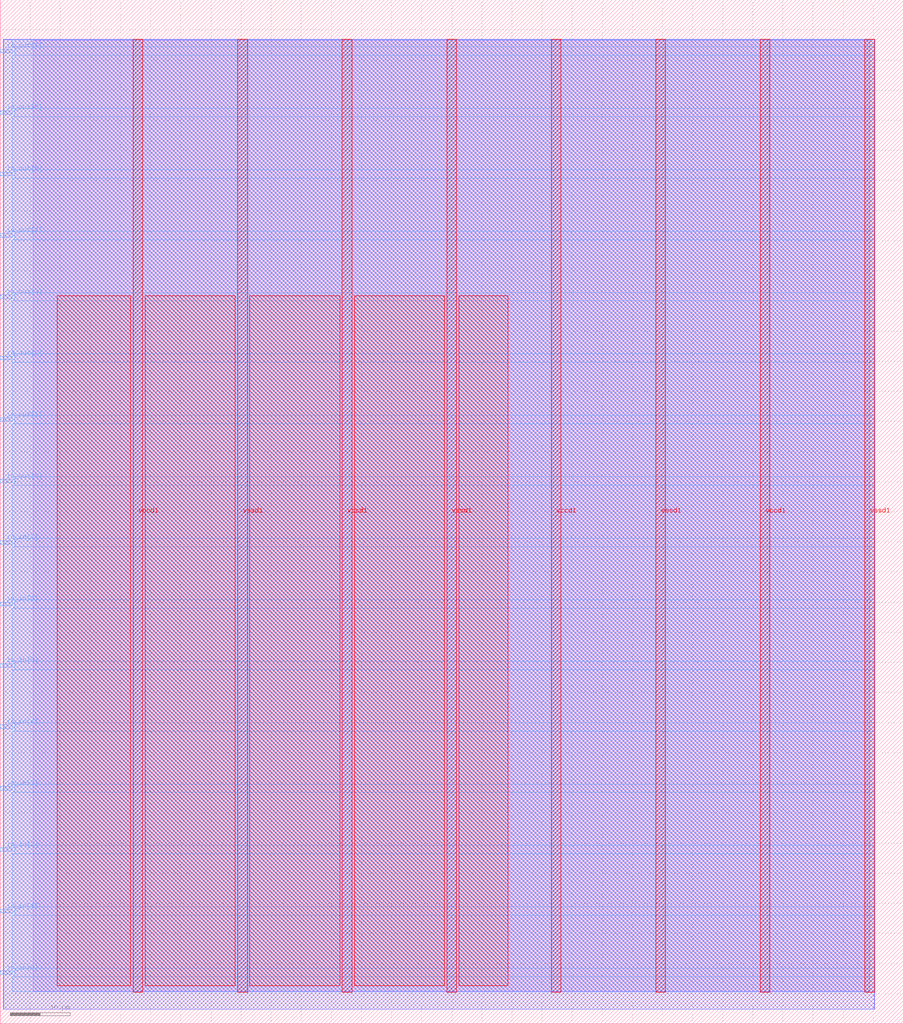
<source format=lef>
VERSION 5.7 ;
  NOWIREEXTENSIONATPIN ON ;
  DIVIDERCHAR "/" ;
  BUSBITCHARS "[]" ;
MACRO user_module_347594509754827347
  CLASS BLOCK ;
  FOREIGN user_module_347594509754827347 ;
  ORIGIN 0.000 0.000 ;
  SIZE 150.000 BY 170.000 ;
  PIN io_in[0]
    DIRECTION INPUT ;
    USE SIGNAL ;
    PORT
      LAYER met3 ;
        RECT 0.000 8.200 2.000 8.800 ;
    END
  END io_in[0]
  PIN io_in[1]
    DIRECTION INPUT ;
    USE SIGNAL ;
    PORT
      LAYER met3 ;
        RECT 0.000 18.400 2.000 19.000 ;
    END
  END io_in[1]
  PIN io_in[2]
    DIRECTION INPUT ;
    USE SIGNAL ;
    PORT
      LAYER met3 ;
        RECT 0.000 28.600 2.000 29.200 ;
    END
  END io_in[2]
  PIN io_in[3]
    DIRECTION INPUT ;
    USE SIGNAL ;
    PORT
      LAYER met3 ;
        RECT 0.000 38.800 2.000 39.400 ;
    END
  END io_in[3]
  PIN io_in[4]
    DIRECTION INPUT ;
    USE SIGNAL ;
    PORT
      LAYER met3 ;
        RECT 0.000 49.000 2.000 49.600 ;
    END
  END io_in[4]
  PIN io_in[5]
    DIRECTION INPUT ;
    USE SIGNAL ;
    PORT
      LAYER met3 ;
        RECT 0.000 59.200 2.000 59.800 ;
    END
  END io_in[5]
  PIN io_in[6]
    DIRECTION INPUT ;
    USE SIGNAL ;
    PORT
      LAYER met3 ;
        RECT 0.000 69.400 2.000 70.000 ;
    END
  END io_in[6]
  PIN io_in[7]
    DIRECTION INPUT ;
    USE SIGNAL ;
    PORT
      LAYER met3 ;
        RECT 0.000 79.600 2.000 80.200 ;
    END
  END io_in[7]
  PIN io_out[0]
    DIRECTION OUTPUT TRISTATE ;
    USE SIGNAL ;
    PORT
      LAYER met3 ;
        RECT 0.000 89.800 2.000 90.400 ;
    END
  END io_out[0]
  PIN io_out[1]
    DIRECTION OUTPUT TRISTATE ;
    USE SIGNAL ;
    PORT
      LAYER met3 ;
        RECT 0.000 100.000 2.000 100.600 ;
    END
  END io_out[1]
  PIN io_out[2]
    DIRECTION OUTPUT TRISTATE ;
    USE SIGNAL ;
    PORT
      LAYER met3 ;
        RECT 0.000 110.200 2.000 110.800 ;
    END
  END io_out[2]
  PIN io_out[3]
    DIRECTION OUTPUT TRISTATE ;
    USE SIGNAL ;
    PORT
      LAYER met3 ;
        RECT 0.000 120.400 2.000 121.000 ;
    END
  END io_out[3]
  PIN io_out[4]
    DIRECTION OUTPUT TRISTATE ;
    USE SIGNAL ;
    PORT
      LAYER met3 ;
        RECT 0.000 130.600 2.000 131.200 ;
    END
  END io_out[4]
  PIN io_out[5]
    DIRECTION OUTPUT TRISTATE ;
    USE SIGNAL ;
    PORT
      LAYER met3 ;
        RECT 0.000 140.800 2.000 141.400 ;
    END
  END io_out[5]
  PIN io_out[6]
    DIRECTION OUTPUT TRISTATE ;
    USE SIGNAL ;
    PORT
      LAYER met3 ;
        RECT 0.000 151.000 2.000 151.600 ;
    END
  END io_out[6]
  PIN io_out[7]
    DIRECTION OUTPUT TRISTATE ;
    USE SIGNAL ;
    PORT
      LAYER met3 ;
        RECT 0.000 161.200 2.000 161.800 ;
    END
  END io_out[7]
  PIN vccd1
    DIRECTION INOUT ;
    USE POWER ;
    PORT
      LAYER met4 ;
        RECT 22.085 5.200 23.685 163.440 ;
    END
    PORT
      LAYER met4 ;
        RECT 56.815 5.200 58.415 163.440 ;
    END
    PORT
      LAYER met4 ;
        RECT 91.545 5.200 93.145 163.440 ;
    END
    PORT
      LAYER met4 ;
        RECT 126.275 5.200 127.875 163.440 ;
    END
  END vccd1
  PIN vssd1
    DIRECTION INOUT ;
    USE GROUND ;
    PORT
      LAYER met4 ;
        RECT 39.450 5.200 41.050 163.440 ;
    END
    PORT
      LAYER met4 ;
        RECT 74.180 5.200 75.780 163.440 ;
    END
    PORT
      LAYER met4 ;
        RECT 108.910 5.200 110.510 163.440 ;
    END
    PORT
      LAYER met4 ;
        RECT 143.640 5.200 145.240 163.440 ;
    END
  END vssd1
  OBS
      LAYER li1 ;
        RECT 5.520 5.355 144.440 163.285 ;
      LAYER met1 ;
        RECT 0.530 2.420 145.240 163.440 ;
      LAYER met2 ;
        RECT 0.560 2.390 145.210 163.385 ;
      LAYER met3 ;
        RECT 2.000 162.200 145.230 163.365 ;
        RECT 2.400 160.800 145.230 162.200 ;
        RECT 2.000 152.000 145.230 160.800 ;
        RECT 2.400 150.600 145.230 152.000 ;
        RECT 2.000 141.800 145.230 150.600 ;
        RECT 2.400 140.400 145.230 141.800 ;
        RECT 2.000 131.600 145.230 140.400 ;
        RECT 2.400 130.200 145.230 131.600 ;
        RECT 2.000 121.400 145.230 130.200 ;
        RECT 2.400 120.000 145.230 121.400 ;
        RECT 2.000 111.200 145.230 120.000 ;
        RECT 2.400 109.800 145.230 111.200 ;
        RECT 2.000 101.000 145.230 109.800 ;
        RECT 2.400 99.600 145.230 101.000 ;
        RECT 2.000 90.800 145.230 99.600 ;
        RECT 2.400 89.400 145.230 90.800 ;
        RECT 2.000 80.600 145.230 89.400 ;
        RECT 2.400 79.200 145.230 80.600 ;
        RECT 2.000 70.400 145.230 79.200 ;
        RECT 2.400 69.000 145.230 70.400 ;
        RECT 2.000 60.200 145.230 69.000 ;
        RECT 2.400 58.800 145.230 60.200 ;
        RECT 2.000 50.000 145.230 58.800 ;
        RECT 2.400 48.600 145.230 50.000 ;
        RECT 2.000 39.800 145.230 48.600 ;
        RECT 2.400 38.400 145.230 39.800 ;
        RECT 2.000 29.600 145.230 38.400 ;
        RECT 2.400 28.200 145.230 29.600 ;
        RECT 2.000 19.400 145.230 28.200 ;
        RECT 2.400 18.000 145.230 19.400 ;
        RECT 2.000 9.200 145.230 18.000 ;
        RECT 2.400 7.800 145.230 9.200 ;
        RECT 2.000 5.275 145.230 7.800 ;
      LAYER met4 ;
        RECT 9.495 6.295 21.685 120.865 ;
        RECT 24.085 6.295 39.050 120.865 ;
        RECT 41.450 6.295 56.415 120.865 ;
        RECT 58.815 6.295 73.780 120.865 ;
        RECT 76.180 6.295 84.345 120.865 ;
  END
END user_module_347594509754827347
END LIBRARY


</source>
